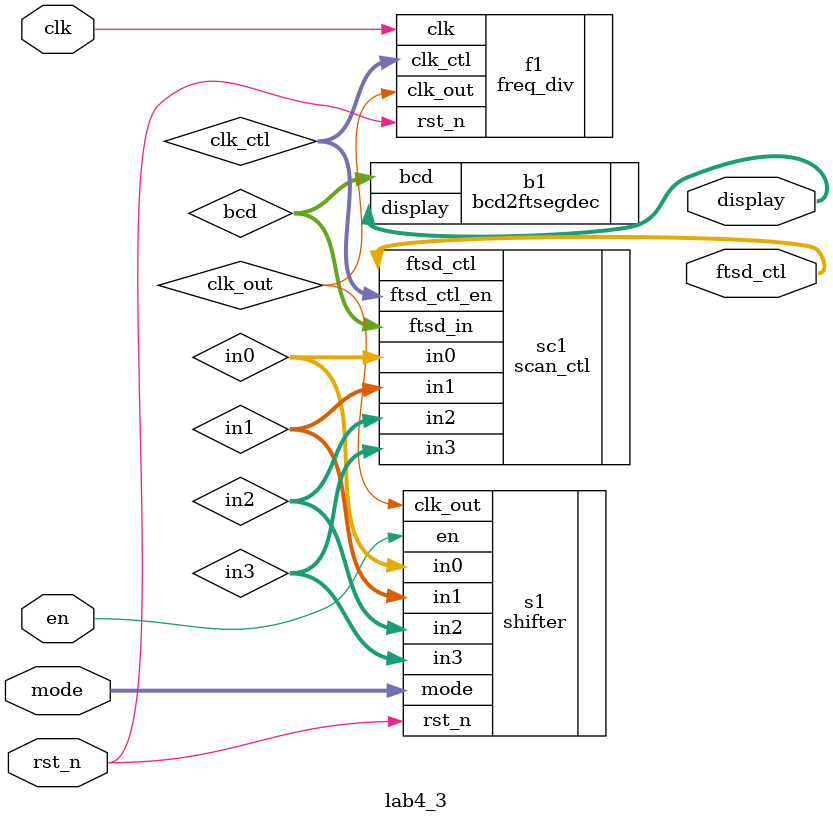
<source format=v>
`timescale 1ns / 1ps
module lab4_3(
	clk,
	en,
	mode,
	rst_n,
	display,
	ftsd_ctl
    );
input clk,en,rst_n;
input [2:0] mode;
output [14:0] display;
output [3:0] ftsd_ctl;
	 
wire clk_out;
wire [1:0] clk_ctl;
wire [3:0] in0,in1,in2,in3,bcd;

freq_div f1(
	.clk_out(clk_out), // divided clock output
	.clk_ctl(clk_ctl), // divided clock output for scan freq
	.clk(clk), // global clock input
	.rst_n(rst_n) // active low reset
	);
	
shifter s1(
	.clk_out(clk_out),
	.en(en),
	.rst_n(rst_n),
	.mode(mode),
	.in0(in0),
	.in1(in1), 
	.in2(in2), 
	.in3(in3)
    );

scan_ctl sc1(
	.ftsd_ctl(ftsd_ctl), // ftsd display control signal 
	.ftsd_in(bcd), // output to ftsd display
	.in0(in0),
	.in1(in1), 
	.in2(in2), 
	.in3(in3),
	.ftsd_ctl_en(clk_ctl) // divided clock for scan control
	);
	
	
 bcd2ftsegdec b1(
	.display(display), // 14-segment display output
	.bcd(bcd) // BCD input
	);
	
endmodule

</source>
